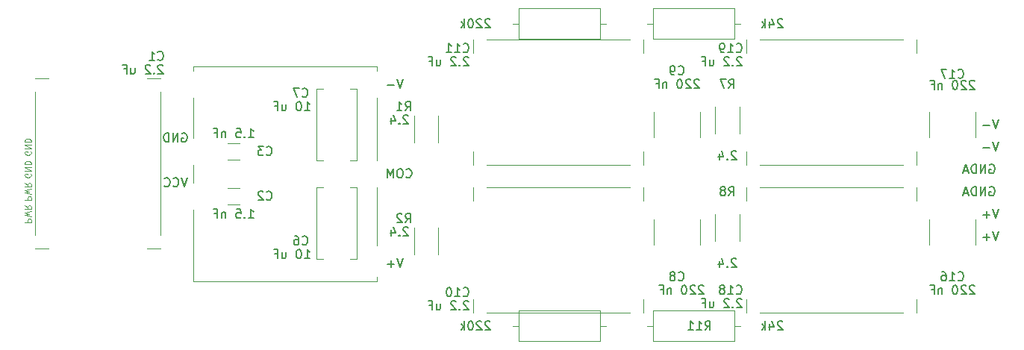
<source format=gbr>
%TF.GenerationSoftware,KiCad,Pcbnew,(5.1.9)-1*%
%TF.CreationDate,2022-01-14T16:31:07-06:00*%
%TF.ProjectId,Power_12V_DualSupply,506f7765-725f-4313-9256-5f4475616c53,rev?*%
%TF.SameCoordinates,Original*%
%TF.FileFunction,Legend,Bot*%
%TF.FilePolarity,Positive*%
%FSLAX46Y46*%
G04 Gerber Fmt 4.6, Leading zero omitted, Abs format (unit mm)*
G04 Created by KiCad (PCBNEW (5.1.9)-1) date 2022-01-14 16:31:07*
%MOMM*%
%LPD*%
G01*
G04 APERTURE LIST*
%ADD10C,0.150000*%
%ADD11C,0.100000*%
%ADD12C,0.120000*%
G04 APERTURE END LIST*
D10*
X210740476Y-98560000D02*
X210835714Y-98512380D01*
X210978571Y-98512380D01*
X211121428Y-98560000D01*
X211216666Y-98655238D01*
X211264285Y-98750476D01*
X211311904Y-98940952D01*
X211311904Y-99083809D01*
X211264285Y-99274285D01*
X211216666Y-99369523D01*
X211121428Y-99464761D01*
X210978571Y-99512380D01*
X210883333Y-99512380D01*
X210740476Y-99464761D01*
X210692857Y-99417142D01*
X210692857Y-99083809D01*
X210883333Y-99083809D01*
X210264285Y-99512380D02*
X210264285Y-98512380D01*
X209692857Y-99512380D01*
X209692857Y-98512380D01*
X209216666Y-99512380D02*
X209216666Y-98512380D01*
X208978571Y-98512380D01*
X208835714Y-98560000D01*
X208740476Y-98655238D01*
X208692857Y-98750476D01*
X208645238Y-98940952D01*
X208645238Y-99083809D01*
X208692857Y-99274285D01*
X208740476Y-99369523D01*
X208835714Y-99464761D01*
X208978571Y-99512380D01*
X209216666Y-99512380D01*
X208264285Y-99226666D02*
X207788095Y-99226666D01*
X208359523Y-99512380D02*
X208026190Y-98512380D01*
X207692857Y-99512380D01*
X211772380Y-103592380D02*
X211439047Y-104592380D01*
X211105714Y-103592380D01*
X210772380Y-104211428D02*
X210010476Y-104211428D01*
X210391428Y-104592380D02*
X210391428Y-103830476D01*
X210740476Y-101100000D02*
X210835714Y-101052380D01*
X210978571Y-101052380D01*
X211121428Y-101100000D01*
X211216666Y-101195238D01*
X211264285Y-101290476D01*
X211311904Y-101480952D01*
X211311904Y-101623809D01*
X211264285Y-101814285D01*
X211216666Y-101909523D01*
X211121428Y-102004761D01*
X210978571Y-102052380D01*
X210883333Y-102052380D01*
X210740476Y-102004761D01*
X210692857Y-101957142D01*
X210692857Y-101623809D01*
X210883333Y-101623809D01*
X210264285Y-102052380D02*
X210264285Y-101052380D01*
X209692857Y-102052380D01*
X209692857Y-101052380D01*
X209216666Y-102052380D02*
X209216666Y-101052380D01*
X208978571Y-101052380D01*
X208835714Y-101100000D01*
X208740476Y-101195238D01*
X208692857Y-101290476D01*
X208645238Y-101480952D01*
X208645238Y-101623809D01*
X208692857Y-101814285D01*
X208740476Y-101909523D01*
X208835714Y-102004761D01*
X208978571Y-102052380D01*
X209216666Y-102052380D01*
X208264285Y-101766666D02*
X207788095Y-101766666D01*
X208359523Y-102052380D02*
X208026190Y-101052380D01*
X207692857Y-102052380D01*
X211772380Y-95972380D02*
X211439047Y-96972380D01*
X211105714Y-95972380D01*
X210772380Y-96591428D02*
X210010476Y-96591428D01*
X211772380Y-93432380D02*
X211439047Y-94432380D01*
X211105714Y-93432380D01*
X210772380Y-94051428D02*
X210010476Y-94051428D01*
X211772380Y-106132380D02*
X211439047Y-107132380D01*
X211105714Y-106132380D01*
X210772380Y-106751428D02*
X210010476Y-106751428D01*
X210391428Y-107132380D02*
X210391428Y-106370476D01*
D11*
X101283333Y-102533333D02*
X101983333Y-102533333D01*
X101983333Y-102266666D01*
X101950000Y-102200000D01*
X101916666Y-102166666D01*
X101850000Y-102133333D01*
X101750000Y-102133333D01*
X101683333Y-102166666D01*
X101650000Y-102200000D01*
X101616666Y-102266666D01*
X101616666Y-102533333D01*
X101983333Y-101900000D02*
X101283333Y-101733333D01*
X101783333Y-101600000D01*
X101283333Y-101466666D01*
X101983333Y-101300000D01*
X101283333Y-100633333D02*
X101616666Y-100866666D01*
X101283333Y-101033333D02*
X101983333Y-101033333D01*
X101983333Y-100766666D01*
X101950000Y-100700000D01*
X101916666Y-100666666D01*
X101850000Y-100633333D01*
X101750000Y-100633333D01*
X101683333Y-100666666D01*
X101650000Y-100700000D01*
X101616666Y-100766666D01*
X101616666Y-101033333D01*
X101950000Y-97053333D02*
X101983333Y-97120000D01*
X101983333Y-97220000D01*
X101950000Y-97320000D01*
X101883333Y-97386666D01*
X101816666Y-97420000D01*
X101683333Y-97453333D01*
X101583333Y-97453333D01*
X101450000Y-97420000D01*
X101383333Y-97386666D01*
X101316666Y-97320000D01*
X101283333Y-97220000D01*
X101283333Y-97153333D01*
X101316666Y-97053333D01*
X101350000Y-97020000D01*
X101583333Y-97020000D01*
X101583333Y-97153333D01*
X101283333Y-96720000D02*
X101983333Y-96720000D01*
X101283333Y-96320000D01*
X101983333Y-96320000D01*
X101283333Y-95986666D02*
X101983333Y-95986666D01*
X101983333Y-95820000D01*
X101950000Y-95720000D01*
X101883333Y-95653333D01*
X101816666Y-95620000D01*
X101683333Y-95586666D01*
X101583333Y-95586666D01*
X101450000Y-95620000D01*
X101383333Y-95653333D01*
X101316666Y-95720000D01*
X101283333Y-95820000D01*
X101283333Y-95986666D01*
X101283333Y-105073333D02*
X101983333Y-105073333D01*
X101983333Y-104806666D01*
X101950000Y-104740000D01*
X101916666Y-104706666D01*
X101850000Y-104673333D01*
X101750000Y-104673333D01*
X101683333Y-104706666D01*
X101650000Y-104740000D01*
X101616666Y-104806666D01*
X101616666Y-105073333D01*
X101983333Y-104440000D02*
X101283333Y-104273333D01*
X101783333Y-104140000D01*
X101283333Y-104006666D01*
X101983333Y-103840000D01*
X101283333Y-103173333D02*
X101616666Y-103406666D01*
X101283333Y-103573333D02*
X101983333Y-103573333D01*
X101983333Y-103306666D01*
X101950000Y-103240000D01*
X101916666Y-103206666D01*
X101850000Y-103173333D01*
X101750000Y-103173333D01*
X101683333Y-103206666D01*
X101650000Y-103240000D01*
X101616666Y-103306666D01*
X101616666Y-103573333D01*
X101950000Y-99593333D02*
X101983333Y-99660000D01*
X101983333Y-99760000D01*
X101950000Y-99860000D01*
X101883333Y-99926666D01*
X101816666Y-99960000D01*
X101683333Y-99993333D01*
X101583333Y-99993333D01*
X101450000Y-99960000D01*
X101383333Y-99926666D01*
X101316666Y-99860000D01*
X101283333Y-99760000D01*
X101283333Y-99693333D01*
X101316666Y-99593333D01*
X101350000Y-99560000D01*
X101583333Y-99560000D01*
X101583333Y-99693333D01*
X101283333Y-99260000D02*
X101983333Y-99260000D01*
X101283333Y-98860000D01*
X101983333Y-98860000D01*
X101283333Y-98526666D02*
X101983333Y-98526666D01*
X101983333Y-98360000D01*
X101950000Y-98260000D01*
X101883333Y-98193333D01*
X101816666Y-98160000D01*
X101683333Y-98126666D01*
X101583333Y-98126666D01*
X101450000Y-98160000D01*
X101383333Y-98193333D01*
X101316666Y-98260000D01*
X101283333Y-98360000D01*
X101283333Y-98526666D01*
D12*
X141224000Y-87376000D02*
X141224000Y-87884000D01*
X120396000Y-87376000D02*
X141224000Y-87376000D01*
X120396000Y-87884000D02*
X120396000Y-87376000D01*
X120396000Y-95504000D02*
X120396000Y-90932000D01*
X120396000Y-100584000D02*
X120396000Y-98552000D01*
X120396000Y-111760000D02*
X120396000Y-103632000D01*
X141224000Y-111760000D02*
X120396000Y-111760000D01*
X141224000Y-111252000D02*
X141224000Y-111760000D01*
X141224000Y-101092000D02*
X141224000Y-107696000D01*
X141224000Y-90932000D02*
X141224000Y-98044000D01*
D10*
X119697333Y-100036380D02*
X119364000Y-101036380D01*
X119030666Y-100036380D01*
X118125904Y-100941142D02*
X118173523Y-100988761D01*
X118316380Y-101036380D01*
X118411619Y-101036380D01*
X118554476Y-100988761D01*
X118649714Y-100893523D01*
X118697333Y-100798285D01*
X118744952Y-100607809D01*
X118744952Y-100464952D01*
X118697333Y-100274476D01*
X118649714Y-100179238D01*
X118554476Y-100084000D01*
X118411619Y-100036380D01*
X118316380Y-100036380D01*
X118173523Y-100084000D01*
X118125904Y-100131619D01*
X117125904Y-100941142D02*
X117173523Y-100988761D01*
X117316380Y-101036380D01*
X117411619Y-101036380D01*
X117554476Y-100988761D01*
X117649714Y-100893523D01*
X117697333Y-100798285D01*
X117744952Y-100607809D01*
X117744952Y-100464952D01*
X117697333Y-100274476D01*
X117649714Y-100179238D01*
X117554476Y-100084000D01*
X117411619Y-100036380D01*
X117316380Y-100036380D01*
X117173523Y-100084000D01*
X117125904Y-100131619D01*
X119125904Y-95004000D02*
X119221142Y-94956380D01*
X119364000Y-94956380D01*
X119506857Y-95004000D01*
X119602095Y-95099238D01*
X119649714Y-95194476D01*
X119697333Y-95384952D01*
X119697333Y-95527809D01*
X119649714Y-95718285D01*
X119602095Y-95813523D01*
X119506857Y-95908761D01*
X119364000Y-95956380D01*
X119268761Y-95956380D01*
X119125904Y-95908761D01*
X119078285Y-95861142D01*
X119078285Y-95527809D01*
X119268761Y-95527809D01*
X118649714Y-95956380D02*
X118649714Y-94956380D01*
X118078285Y-95956380D01*
X118078285Y-94956380D01*
X117602095Y-95956380D02*
X117602095Y-94956380D01*
X117364000Y-94956380D01*
X117221142Y-95004000D01*
X117125904Y-95099238D01*
X117078285Y-95194476D01*
X117030666Y-95384952D01*
X117030666Y-95527809D01*
X117078285Y-95718285D01*
X117125904Y-95813523D01*
X117221142Y-95908761D01*
X117364000Y-95956380D01*
X117602095Y-95956380D01*
X144208380Y-109180380D02*
X143875047Y-110180380D01*
X143541714Y-109180380D01*
X143208380Y-109799428D02*
X142446476Y-109799428D01*
X142827428Y-110180380D02*
X142827428Y-109418476D01*
X144208380Y-88860380D02*
X143875047Y-89860380D01*
X143541714Y-88860380D01*
X143208380Y-89479428D02*
X142446476Y-89479428D01*
X144549714Y-99925142D02*
X144597333Y-99972761D01*
X144740190Y-100020380D01*
X144835428Y-100020380D01*
X144978285Y-99972761D01*
X145073523Y-99877523D01*
X145121142Y-99782285D01*
X145168761Y-99591809D01*
X145168761Y-99448952D01*
X145121142Y-99258476D01*
X145073523Y-99163238D01*
X144978285Y-99068000D01*
X144835428Y-99020380D01*
X144740190Y-99020380D01*
X144597333Y-99068000D01*
X144549714Y-99115619D01*
X143930666Y-99020380D02*
X143740190Y-99020380D01*
X143644952Y-99068000D01*
X143549714Y-99163238D01*
X143502095Y-99353714D01*
X143502095Y-99687047D01*
X143549714Y-99877523D01*
X143644952Y-99972761D01*
X143740190Y-100020380D01*
X143930666Y-100020380D01*
X144025904Y-99972761D01*
X144121142Y-99877523D01*
X144168761Y-99687047D01*
X144168761Y-99353714D01*
X144121142Y-99163238D01*
X144025904Y-99068000D01*
X143930666Y-99020380D01*
X143073523Y-100020380D02*
X143073523Y-99020380D01*
X142740190Y-99734666D01*
X142406857Y-99020380D01*
X142406857Y-100020380D01*
D12*
%TO.C,C18*%
X183134000Y-113792000D02*
X183134000Y-115316000D01*
X184658000Y-115316000D02*
X200914000Y-115316000D01*
X202438000Y-115316000D02*
X202438000Y-113792000D01*
X183134000Y-101092000D02*
X183134000Y-102616000D01*
X184658000Y-101092000D02*
X200914000Y-101092000D01*
X202438000Y-101092000D02*
X202438000Y-102616000D01*
%TO.C,C10*%
X152146000Y-113792000D02*
X152146000Y-115316000D01*
X153670000Y-115316000D02*
X169926000Y-115316000D01*
X171450000Y-115316000D02*
X171450000Y-113792000D01*
X152146000Y-101092000D02*
X152146000Y-102616000D01*
X153670000Y-101092000D02*
X169926000Y-101092000D01*
X171450000Y-101092000D02*
X171450000Y-102616000D01*
%TO.C,C19*%
X202438000Y-85852000D02*
X202438000Y-84328000D01*
X200914000Y-84328000D02*
X184658000Y-84328000D01*
X183134000Y-84328000D02*
X183134000Y-85852000D01*
X202438000Y-98552000D02*
X202438000Y-97028000D01*
X200914000Y-98552000D02*
X184658000Y-98552000D01*
X183134000Y-98552000D02*
X183134000Y-97028000D01*
%TO.C,C11*%
X171450000Y-85852000D02*
X171450000Y-84328000D01*
X169926000Y-84328000D02*
X153670000Y-84328000D01*
X152146000Y-84328000D02*
X152146000Y-85852000D01*
X171450000Y-98552000D02*
X171450000Y-97028000D01*
X169926000Y-98552000D02*
X153670000Y-98552000D01*
X152146000Y-98552000D02*
X152146000Y-97028000D01*
%TO.C,C1*%
X104013000Y-88773000D02*
X102489000Y-88773000D01*
X102489000Y-90297000D02*
X102489000Y-106553000D01*
X102489000Y-108077000D02*
X104013000Y-108077000D01*
X116713000Y-88773000D02*
X115189000Y-88773000D01*
X116713000Y-90297000D02*
X116713000Y-106553000D01*
X116713000Y-108077000D02*
X115189000Y-108077000D01*
%TO.C,C8*%
X177870000Y-107587748D02*
X177870000Y-104756252D01*
X172650000Y-107587748D02*
X172650000Y-104756252D01*
%TO.C,R8*%
X179615000Y-107191064D02*
X179615000Y-104136936D01*
X182335000Y-107191064D02*
X182335000Y-104136936D01*
%TO.C,C16*%
X203892000Y-107587748D02*
X203892000Y-104756252D01*
X209112000Y-107587748D02*
X209112000Y-104756252D01*
%TO.C,C2*%
X125679252Y-103018000D02*
X124256748Y-103018000D01*
X125679252Y-101198000D02*
X124256748Y-101198000D01*
%TO.C,C3*%
X125679252Y-96118000D02*
X124256748Y-96118000D01*
X125679252Y-97938000D02*
X124256748Y-97938000D01*
%TO.C,C6*%
X135128000Y-101092000D02*
X134366000Y-101092000D01*
X134366000Y-101092000D02*
X134366000Y-109220000D01*
X134366000Y-109220000D02*
X135128000Y-109220000D01*
X138176000Y-109220000D02*
X138938000Y-109220000D01*
X138938000Y-109220000D02*
X138938000Y-101092000D01*
X138938000Y-101092000D02*
X138176000Y-101092000D01*
%TO.C,C7*%
X138938000Y-89916000D02*
X138176000Y-89916000D01*
X138938000Y-98044000D02*
X138938000Y-89916000D01*
X138176000Y-98044000D02*
X138938000Y-98044000D01*
X134366000Y-98044000D02*
X135128000Y-98044000D01*
X134366000Y-89916000D02*
X134366000Y-98044000D01*
X135128000Y-89916000D02*
X134366000Y-89916000D01*
%TO.C,C9*%
X172650000Y-95395748D02*
X172650000Y-92564252D01*
X177870000Y-95395748D02*
X177870000Y-92564252D01*
%TO.C,C17*%
X203892000Y-95395748D02*
X203892000Y-92564252D01*
X209112000Y-95395748D02*
X209112000Y-92564252D01*
%TO.C,R1*%
X148172000Y-96015064D02*
X148172000Y-92960936D01*
X145452000Y-96015064D02*
X145452000Y-92960936D01*
%TO.C,R2*%
X145452000Y-108715064D02*
X145452000Y-105660936D01*
X148172000Y-108715064D02*
X148172000Y-105660936D01*
%TO.C,R7*%
X179615000Y-94999064D02*
X179615000Y-91944936D01*
X182335000Y-94999064D02*
X182335000Y-91944936D01*
%TO.C,R9*%
X167235000Y-116840000D02*
X166545000Y-116840000D01*
X156615000Y-116840000D02*
X157305000Y-116840000D01*
X166545000Y-118560000D02*
X157305000Y-118560000D01*
X166545000Y-115120000D02*
X166545000Y-118560000D01*
X157305000Y-115120000D02*
X166545000Y-115120000D01*
X157305000Y-118560000D02*
X157305000Y-115120000D01*
%TO.C,R10*%
X157305000Y-84270000D02*
X157305000Y-80830000D01*
X157305000Y-80830000D02*
X166545000Y-80830000D01*
X166545000Y-80830000D02*
X166545000Y-84270000D01*
X166545000Y-84270000D02*
X157305000Y-84270000D01*
X156615000Y-82550000D02*
X157305000Y-82550000D01*
X167235000Y-82550000D02*
X166545000Y-82550000D01*
%TO.C,R11*%
X182475000Y-116840000D02*
X181785000Y-116840000D01*
X171855000Y-116840000D02*
X172545000Y-116840000D01*
X181785000Y-118560000D02*
X172545000Y-118560000D01*
X181785000Y-115120000D02*
X181785000Y-118560000D01*
X172545000Y-115120000D02*
X181785000Y-115120000D01*
X172545000Y-118560000D02*
X172545000Y-115120000D01*
%TO.C,R12*%
X181785000Y-80830000D02*
X181785000Y-84270000D01*
X181785000Y-84270000D02*
X172545000Y-84270000D01*
X172545000Y-84270000D02*
X172545000Y-80830000D01*
X172545000Y-80830000D02*
X181785000Y-80830000D01*
X182475000Y-82550000D02*
X181785000Y-82550000D01*
X171855000Y-82550000D02*
X172545000Y-82550000D01*
%TO.C,C18*%
D10*
X181998857Y-113133142D02*
X182046476Y-113180761D01*
X182189333Y-113228380D01*
X182284571Y-113228380D01*
X182427428Y-113180761D01*
X182522666Y-113085523D01*
X182570285Y-112990285D01*
X182617904Y-112799809D01*
X182617904Y-112656952D01*
X182570285Y-112466476D01*
X182522666Y-112371238D01*
X182427428Y-112276000D01*
X182284571Y-112228380D01*
X182189333Y-112228380D01*
X182046476Y-112276000D01*
X181998857Y-112323619D01*
X181046476Y-113228380D02*
X181617904Y-113228380D01*
X181332190Y-113228380D02*
X181332190Y-112228380D01*
X181427428Y-112371238D01*
X181522666Y-112466476D01*
X181617904Y-112514095D01*
X180475047Y-112656952D02*
X180570285Y-112609333D01*
X180617904Y-112561714D01*
X180665523Y-112466476D01*
X180665523Y-112418857D01*
X180617904Y-112323619D01*
X180570285Y-112276000D01*
X180475047Y-112228380D01*
X180284571Y-112228380D01*
X180189333Y-112276000D01*
X180141714Y-112323619D01*
X180094095Y-112418857D01*
X180094095Y-112466476D01*
X180141714Y-112561714D01*
X180189333Y-112609333D01*
X180284571Y-112656952D01*
X180475047Y-112656952D01*
X180570285Y-112704571D01*
X180617904Y-112752190D01*
X180665523Y-112847428D01*
X180665523Y-113037904D01*
X180617904Y-113133142D01*
X180570285Y-113180761D01*
X180475047Y-113228380D01*
X180284571Y-113228380D01*
X180189333Y-113180761D01*
X180141714Y-113133142D01*
X180094095Y-113037904D01*
X180094095Y-112847428D01*
X180141714Y-112752190D01*
X180189333Y-112704571D01*
X180284571Y-112656952D01*
X182601904Y-113847619D02*
X182554285Y-113800000D01*
X182459047Y-113752380D01*
X182220952Y-113752380D01*
X182125714Y-113800000D01*
X182078095Y-113847619D01*
X182030476Y-113942857D01*
X182030476Y-114038095D01*
X182078095Y-114180952D01*
X182649523Y-114752380D01*
X182030476Y-114752380D01*
X181601904Y-114657142D02*
X181554285Y-114704761D01*
X181601904Y-114752380D01*
X181649523Y-114704761D01*
X181601904Y-114657142D01*
X181601904Y-114752380D01*
X181173333Y-113847619D02*
X181125714Y-113800000D01*
X181030476Y-113752380D01*
X180792380Y-113752380D01*
X180697142Y-113800000D01*
X180649523Y-113847619D01*
X180601904Y-113942857D01*
X180601904Y-114038095D01*
X180649523Y-114180952D01*
X181220952Y-114752380D01*
X180601904Y-114752380D01*
X178982857Y-114085714D02*
X178982857Y-114752380D01*
X179411428Y-114085714D02*
X179411428Y-114609523D01*
X179363809Y-114704761D01*
X179268571Y-114752380D01*
X179125714Y-114752380D01*
X179030476Y-114704761D01*
X178982857Y-114657142D01*
X178173333Y-114228571D02*
X178506666Y-114228571D01*
X178506666Y-114752380D02*
X178506666Y-113752380D01*
X178030476Y-113752380D01*
%TO.C,C10*%
X151010857Y-113387142D02*
X151058476Y-113434761D01*
X151201333Y-113482380D01*
X151296571Y-113482380D01*
X151439428Y-113434761D01*
X151534666Y-113339523D01*
X151582285Y-113244285D01*
X151629904Y-113053809D01*
X151629904Y-112910952D01*
X151582285Y-112720476D01*
X151534666Y-112625238D01*
X151439428Y-112530000D01*
X151296571Y-112482380D01*
X151201333Y-112482380D01*
X151058476Y-112530000D01*
X151010857Y-112577619D01*
X150058476Y-113482380D02*
X150629904Y-113482380D01*
X150344190Y-113482380D02*
X150344190Y-112482380D01*
X150439428Y-112625238D01*
X150534666Y-112720476D01*
X150629904Y-112768095D01*
X149439428Y-112482380D02*
X149344190Y-112482380D01*
X149248952Y-112530000D01*
X149201333Y-112577619D01*
X149153714Y-112672857D01*
X149106095Y-112863333D01*
X149106095Y-113101428D01*
X149153714Y-113291904D01*
X149201333Y-113387142D01*
X149248952Y-113434761D01*
X149344190Y-113482380D01*
X149439428Y-113482380D01*
X149534666Y-113434761D01*
X149582285Y-113387142D01*
X149629904Y-113291904D01*
X149677523Y-113101428D01*
X149677523Y-112863333D01*
X149629904Y-112672857D01*
X149582285Y-112577619D01*
X149534666Y-112530000D01*
X149439428Y-112482380D01*
X151613904Y-114101619D02*
X151566285Y-114054000D01*
X151471047Y-114006380D01*
X151232952Y-114006380D01*
X151137714Y-114054000D01*
X151090095Y-114101619D01*
X151042476Y-114196857D01*
X151042476Y-114292095D01*
X151090095Y-114434952D01*
X151661523Y-115006380D01*
X151042476Y-115006380D01*
X150613904Y-114911142D02*
X150566285Y-114958761D01*
X150613904Y-115006380D01*
X150661523Y-114958761D01*
X150613904Y-114911142D01*
X150613904Y-115006380D01*
X150185333Y-114101619D02*
X150137714Y-114054000D01*
X150042476Y-114006380D01*
X149804380Y-114006380D01*
X149709142Y-114054000D01*
X149661523Y-114101619D01*
X149613904Y-114196857D01*
X149613904Y-114292095D01*
X149661523Y-114434952D01*
X150232952Y-115006380D01*
X149613904Y-115006380D01*
X147994857Y-114339714D02*
X147994857Y-115006380D01*
X148423428Y-114339714D02*
X148423428Y-114863523D01*
X148375809Y-114958761D01*
X148280571Y-115006380D01*
X148137714Y-115006380D01*
X148042476Y-114958761D01*
X147994857Y-114911142D01*
X147185333Y-114482571D02*
X147518666Y-114482571D01*
X147518666Y-115006380D02*
X147518666Y-114006380D01*
X147042476Y-114006380D01*
%TO.C,C19*%
X181998857Y-85701142D02*
X182046476Y-85748761D01*
X182189333Y-85796380D01*
X182284571Y-85796380D01*
X182427428Y-85748761D01*
X182522666Y-85653523D01*
X182570285Y-85558285D01*
X182617904Y-85367809D01*
X182617904Y-85224952D01*
X182570285Y-85034476D01*
X182522666Y-84939238D01*
X182427428Y-84844000D01*
X182284571Y-84796380D01*
X182189333Y-84796380D01*
X182046476Y-84844000D01*
X181998857Y-84891619D01*
X181046476Y-85796380D02*
X181617904Y-85796380D01*
X181332190Y-85796380D02*
X181332190Y-84796380D01*
X181427428Y-84939238D01*
X181522666Y-85034476D01*
X181617904Y-85082095D01*
X180570285Y-85796380D02*
X180379809Y-85796380D01*
X180284571Y-85748761D01*
X180236952Y-85701142D01*
X180141714Y-85558285D01*
X180094095Y-85367809D01*
X180094095Y-84986857D01*
X180141714Y-84891619D01*
X180189333Y-84844000D01*
X180284571Y-84796380D01*
X180475047Y-84796380D01*
X180570285Y-84844000D01*
X180617904Y-84891619D01*
X180665523Y-84986857D01*
X180665523Y-85224952D01*
X180617904Y-85320190D01*
X180570285Y-85367809D01*
X180475047Y-85415428D01*
X180284571Y-85415428D01*
X180189333Y-85367809D01*
X180141714Y-85320190D01*
X180094095Y-85224952D01*
X182601904Y-86415619D02*
X182554285Y-86368000D01*
X182459047Y-86320380D01*
X182220952Y-86320380D01*
X182125714Y-86368000D01*
X182078095Y-86415619D01*
X182030476Y-86510857D01*
X182030476Y-86606095D01*
X182078095Y-86748952D01*
X182649523Y-87320380D01*
X182030476Y-87320380D01*
X181601904Y-87225142D02*
X181554285Y-87272761D01*
X181601904Y-87320380D01*
X181649523Y-87272761D01*
X181601904Y-87225142D01*
X181601904Y-87320380D01*
X181173333Y-86415619D02*
X181125714Y-86368000D01*
X181030476Y-86320380D01*
X180792380Y-86320380D01*
X180697142Y-86368000D01*
X180649523Y-86415619D01*
X180601904Y-86510857D01*
X180601904Y-86606095D01*
X180649523Y-86748952D01*
X181220952Y-87320380D01*
X180601904Y-87320380D01*
X178982857Y-86653714D02*
X178982857Y-87320380D01*
X179411428Y-86653714D02*
X179411428Y-87177523D01*
X179363809Y-87272761D01*
X179268571Y-87320380D01*
X179125714Y-87320380D01*
X179030476Y-87272761D01*
X178982857Y-87225142D01*
X178173333Y-86796571D02*
X178506666Y-86796571D01*
X178506666Y-87320380D02*
X178506666Y-86320380D01*
X178030476Y-86320380D01*
%TO.C,C11*%
X151010857Y-85701142D02*
X151058476Y-85748761D01*
X151201333Y-85796380D01*
X151296571Y-85796380D01*
X151439428Y-85748761D01*
X151534666Y-85653523D01*
X151582285Y-85558285D01*
X151629904Y-85367809D01*
X151629904Y-85224952D01*
X151582285Y-85034476D01*
X151534666Y-84939238D01*
X151439428Y-84844000D01*
X151296571Y-84796380D01*
X151201333Y-84796380D01*
X151058476Y-84844000D01*
X151010857Y-84891619D01*
X150058476Y-85796380D02*
X150629904Y-85796380D01*
X150344190Y-85796380D02*
X150344190Y-84796380D01*
X150439428Y-84939238D01*
X150534666Y-85034476D01*
X150629904Y-85082095D01*
X149106095Y-85796380D02*
X149677523Y-85796380D01*
X149391809Y-85796380D02*
X149391809Y-84796380D01*
X149487047Y-84939238D01*
X149582285Y-85034476D01*
X149677523Y-85082095D01*
X151613904Y-86415619D02*
X151566285Y-86368000D01*
X151471047Y-86320380D01*
X151232952Y-86320380D01*
X151137714Y-86368000D01*
X151090095Y-86415619D01*
X151042476Y-86510857D01*
X151042476Y-86606095D01*
X151090095Y-86748952D01*
X151661523Y-87320380D01*
X151042476Y-87320380D01*
X150613904Y-87225142D02*
X150566285Y-87272761D01*
X150613904Y-87320380D01*
X150661523Y-87272761D01*
X150613904Y-87225142D01*
X150613904Y-87320380D01*
X150185333Y-86415619D02*
X150137714Y-86368000D01*
X150042476Y-86320380D01*
X149804380Y-86320380D01*
X149709142Y-86368000D01*
X149661523Y-86415619D01*
X149613904Y-86510857D01*
X149613904Y-86606095D01*
X149661523Y-86748952D01*
X150232952Y-87320380D01*
X149613904Y-87320380D01*
X147994857Y-86653714D02*
X147994857Y-87320380D01*
X148423428Y-86653714D02*
X148423428Y-87177523D01*
X148375809Y-87272761D01*
X148280571Y-87320380D01*
X148137714Y-87320380D01*
X148042476Y-87272761D01*
X147994857Y-87225142D01*
X147185333Y-86796571D02*
X147518666Y-86796571D01*
X147518666Y-87320380D02*
X147518666Y-86320380D01*
X147042476Y-86320380D01*
%TO.C,C1*%
X116371666Y-86590142D02*
X116419285Y-86637761D01*
X116562142Y-86685380D01*
X116657380Y-86685380D01*
X116800238Y-86637761D01*
X116895476Y-86542523D01*
X116943095Y-86447285D01*
X116990714Y-86256809D01*
X116990714Y-86113952D01*
X116943095Y-85923476D01*
X116895476Y-85828238D01*
X116800238Y-85733000D01*
X116657380Y-85685380D01*
X116562142Y-85685380D01*
X116419285Y-85733000D01*
X116371666Y-85780619D01*
X115419285Y-86685380D02*
X115990714Y-86685380D01*
X115705000Y-86685380D02*
X115705000Y-85685380D01*
X115800238Y-85828238D01*
X115895476Y-85923476D01*
X115990714Y-85971095D01*
X116942904Y-87304619D02*
X116895285Y-87257000D01*
X116800047Y-87209380D01*
X116561952Y-87209380D01*
X116466714Y-87257000D01*
X116419095Y-87304619D01*
X116371476Y-87399857D01*
X116371476Y-87495095D01*
X116419095Y-87637952D01*
X116990523Y-88209380D01*
X116371476Y-88209380D01*
X115942904Y-88114142D02*
X115895285Y-88161761D01*
X115942904Y-88209380D01*
X115990523Y-88161761D01*
X115942904Y-88114142D01*
X115942904Y-88209380D01*
X115514333Y-87304619D02*
X115466714Y-87257000D01*
X115371476Y-87209380D01*
X115133380Y-87209380D01*
X115038142Y-87257000D01*
X114990523Y-87304619D01*
X114942904Y-87399857D01*
X114942904Y-87495095D01*
X114990523Y-87637952D01*
X115561952Y-88209380D01*
X114942904Y-88209380D01*
X113323857Y-87542714D02*
X113323857Y-88209380D01*
X113752428Y-87542714D02*
X113752428Y-88066523D01*
X113704809Y-88161761D01*
X113609571Y-88209380D01*
X113466714Y-88209380D01*
X113371476Y-88161761D01*
X113323857Y-88114142D01*
X112514333Y-87685571D02*
X112847666Y-87685571D01*
X112847666Y-88209380D02*
X112847666Y-87209380D01*
X112371476Y-87209380D01*
%TO.C,C8*%
X175426666Y-111609142D02*
X175474285Y-111656761D01*
X175617142Y-111704380D01*
X175712380Y-111704380D01*
X175855238Y-111656761D01*
X175950476Y-111561523D01*
X175998095Y-111466285D01*
X176045714Y-111275809D01*
X176045714Y-111132952D01*
X175998095Y-110942476D01*
X175950476Y-110847238D01*
X175855238Y-110752000D01*
X175712380Y-110704380D01*
X175617142Y-110704380D01*
X175474285Y-110752000D01*
X175426666Y-110799619D01*
X174855238Y-111132952D02*
X174950476Y-111085333D01*
X174998095Y-111037714D01*
X175045714Y-110942476D01*
X175045714Y-110894857D01*
X174998095Y-110799619D01*
X174950476Y-110752000D01*
X174855238Y-110704380D01*
X174664761Y-110704380D01*
X174569523Y-110752000D01*
X174521904Y-110799619D01*
X174474285Y-110894857D01*
X174474285Y-110942476D01*
X174521904Y-111037714D01*
X174569523Y-111085333D01*
X174664761Y-111132952D01*
X174855238Y-111132952D01*
X174950476Y-111180571D01*
X174998095Y-111228190D01*
X175045714Y-111323428D01*
X175045714Y-111513904D01*
X174998095Y-111609142D01*
X174950476Y-111656761D01*
X174855238Y-111704380D01*
X174664761Y-111704380D01*
X174569523Y-111656761D01*
X174521904Y-111609142D01*
X174474285Y-111513904D01*
X174474285Y-111323428D01*
X174521904Y-111228190D01*
X174569523Y-111180571D01*
X174664761Y-111132952D01*
X178268000Y-112323619D02*
X178220380Y-112276000D01*
X178125142Y-112228380D01*
X177887047Y-112228380D01*
X177791809Y-112276000D01*
X177744190Y-112323619D01*
X177696571Y-112418857D01*
X177696571Y-112514095D01*
X177744190Y-112656952D01*
X178315619Y-113228380D01*
X177696571Y-113228380D01*
X177315619Y-112323619D02*
X177268000Y-112276000D01*
X177172761Y-112228380D01*
X176934666Y-112228380D01*
X176839428Y-112276000D01*
X176791809Y-112323619D01*
X176744190Y-112418857D01*
X176744190Y-112514095D01*
X176791809Y-112656952D01*
X177363238Y-113228380D01*
X176744190Y-113228380D01*
X176125142Y-112228380D02*
X176029904Y-112228380D01*
X175934666Y-112276000D01*
X175887047Y-112323619D01*
X175839428Y-112418857D01*
X175791809Y-112609333D01*
X175791809Y-112847428D01*
X175839428Y-113037904D01*
X175887047Y-113133142D01*
X175934666Y-113180761D01*
X176029904Y-113228380D01*
X176125142Y-113228380D01*
X176220380Y-113180761D01*
X176268000Y-113133142D01*
X176315619Y-113037904D01*
X176363238Y-112847428D01*
X176363238Y-112609333D01*
X176315619Y-112418857D01*
X176268000Y-112323619D01*
X176220380Y-112276000D01*
X176125142Y-112228380D01*
X174601333Y-112561714D02*
X174601333Y-113228380D01*
X174601333Y-112656952D02*
X174553714Y-112609333D01*
X174458476Y-112561714D01*
X174315619Y-112561714D01*
X174220380Y-112609333D01*
X174172761Y-112704571D01*
X174172761Y-113228380D01*
X173363238Y-112704571D02*
X173696571Y-112704571D01*
X173696571Y-113228380D02*
X173696571Y-112228380D01*
X173220380Y-112228380D01*
%TO.C,R8*%
X181141666Y-102052380D02*
X181475000Y-101576190D01*
X181713095Y-102052380D02*
X181713095Y-101052380D01*
X181332142Y-101052380D01*
X181236904Y-101100000D01*
X181189285Y-101147619D01*
X181141666Y-101242857D01*
X181141666Y-101385714D01*
X181189285Y-101480952D01*
X181236904Y-101528571D01*
X181332142Y-101576190D01*
X181713095Y-101576190D01*
X180570238Y-101480952D02*
X180665476Y-101433333D01*
X180713095Y-101385714D01*
X180760714Y-101290476D01*
X180760714Y-101242857D01*
X180713095Y-101147619D01*
X180665476Y-101100000D01*
X180570238Y-101052380D01*
X180379761Y-101052380D01*
X180284523Y-101100000D01*
X180236904Y-101147619D01*
X180189285Y-101242857D01*
X180189285Y-101290476D01*
X180236904Y-101385714D01*
X180284523Y-101433333D01*
X180379761Y-101480952D01*
X180570238Y-101480952D01*
X180665476Y-101528571D01*
X180713095Y-101576190D01*
X180760714Y-101671428D01*
X180760714Y-101861904D01*
X180713095Y-101957142D01*
X180665476Y-102004761D01*
X180570238Y-102052380D01*
X180379761Y-102052380D01*
X180284523Y-102004761D01*
X180236904Y-101957142D01*
X180189285Y-101861904D01*
X180189285Y-101671428D01*
X180236904Y-101576190D01*
X180284523Y-101528571D01*
X180379761Y-101480952D01*
X181975000Y-109275619D02*
X181927380Y-109228000D01*
X181832142Y-109180380D01*
X181594047Y-109180380D01*
X181498809Y-109228000D01*
X181451190Y-109275619D01*
X181403571Y-109370857D01*
X181403571Y-109466095D01*
X181451190Y-109608952D01*
X182022619Y-110180380D01*
X181403571Y-110180380D01*
X180975000Y-110085142D02*
X180927380Y-110132761D01*
X180975000Y-110180380D01*
X181022619Y-110132761D01*
X180975000Y-110085142D01*
X180975000Y-110180380D01*
X180070238Y-109513714D02*
X180070238Y-110180380D01*
X180308333Y-109132761D02*
X180546428Y-109847047D01*
X179927380Y-109847047D01*
%TO.C,C16*%
X207144857Y-111609142D02*
X207192476Y-111656761D01*
X207335333Y-111704380D01*
X207430571Y-111704380D01*
X207573428Y-111656761D01*
X207668666Y-111561523D01*
X207716285Y-111466285D01*
X207763904Y-111275809D01*
X207763904Y-111132952D01*
X207716285Y-110942476D01*
X207668666Y-110847238D01*
X207573428Y-110752000D01*
X207430571Y-110704380D01*
X207335333Y-110704380D01*
X207192476Y-110752000D01*
X207144857Y-110799619D01*
X206192476Y-111704380D02*
X206763904Y-111704380D01*
X206478190Y-111704380D02*
X206478190Y-110704380D01*
X206573428Y-110847238D01*
X206668666Y-110942476D01*
X206763904Y-110990095D01*
X205335333Y-110704380D02*
X205525809Y-110704380D01*
X205621047Y-110752000D01*
X205668666Y-110799619D01*
X205763904Y-110942476D01*
X205811523Y-111132952D01*
X205811523Y-111513904D01*
X205763904Y-111609142D01*
X205716285Y-111656761D01*
X205621047Y-111704380D01*
X205430571Y-111704380D01*
X205335333Y-111656761D01*
X205287714Y-111609142D01*
X205240095Y-111513904D01*
X205240095Y-111275809D01*
X205287714Y-111180571D01*
X205335333Y-111132952D01*
X205430571Y-111085333D01*
X205621047Y-111085333D01*
X205716285Y-111132952D01*
X205763904Y-111180571D01*
X205811523Y-111275809D01*
X209002000Y-112323619D02*
X208954380Y-112276000D01*
X208859142Y-112228380D01*
X208621047Y-112228380D01*
X208525809Y-112276000D01*
X208478190Y-112323619D01*
X208430571Y-112418857D01*
X208430571Y-112514095D01*
X208478190Y-112656952D01*
X209049619Y-113228380D01*
X208430571Y-113228380D01*
X208049619Y-112323619D02*
X208002000Y-112276000D01*
X207906761Y-112228380D01*
X207668666Y-112228380D01*
X207573428Y-112276000D01*
X207525809Y-112323619D01*
X207478190Y-112418857D01*
X207478190Y-112514095D01*
X207525809Y-112656952D01*
X208097238Y-113228380D01*
X207478190Y-113228380D01*
X206859142Y-112228380D02*
X206763904Y-112228380D01*
X206668666Y-112276000D01*
X206621047Y-112323619D01*
X206573428Y-112418857D01*
X206525809Y-112609333D01*
X206525809Y-112847428D01*
X206573428Y-113037904D01*
X206621047Y-113133142D01*
X206668666Y-113180761D01*
X206763904Y-113228380D01*
X206859142Y-113228380D01*
X206954380Y-113180761D01*
X207002000Y-113133142D01*
X207049619Y-113037904D01*
X207097238Y-112847428D01*
X207097238Y-112609333D01*
X207049619Y-112418857D01*
X207002000Y-112323619D01*
X206954380Y-112276000D01*
X206859142Y-112228380D01*
X205335333Y-112561714D02*
X205335333Y-113228380D01*
X205335333Y-112656952D02*
X205287714Y-112609333D01*
X205192476Y-112561714D01*
X205049619Y-112561714D01*
X204954380Y-112609333D01*
X204906761Y-112704571D01*
X204906761Y-113228380D01*
X204097238Y-112704571D02*
X204430571Y-112704571D01*
X204430571Y-113228380D02*
X204430571Y-112228380D01*
X203954380Y-112228380D01*
%TO.C,C2*%
X128690666Y-102465142D02*
X128738285Y-102512761D01*
X128881142Y-102560380D01*
X128976380Y-102560380D01*
X129119238Y-102512761D01*
X129214476Y-102417523D01*
X129262095Y-102322285D01*
X129309714Y-102131809D01*
X129309714Y-101988952D01*
X129262095Y-101798476D01*
X129214476Y-101703238D01*
X129119238Y-101608000D01*
X128976380Y-101560380D01*
X128881142Y-101560380D01*
X128738285Y-101608000D01*
X128690666Y-101655619D01*
X128309714Y-101655619D02*
X128262095Y-101608000D01*
X128166857Y-101560380D01*
X127928761Y-101560380D01*
X127833523Y-101608000D01*
X127785904Y-101655619D01*
X127738285Y-101750857D01*
X127738285Y-101846095D01*
X127785904Y-101988952D01*
X128357333Y-102560380D01*
X127738285Y-102560380D01*
X126658476Y-104592380D02*
X127229904Y-104592380D01*
X126944190Y-104592380D02*
X126944190Y-103592380D01*
X127039428Y-103735238D01*
X127134666Y-103830476D01*
X127229904Y-103878095D01*
X126229904Y-104497142D02*
X126182285Y-104544761D01*
X126229904Y-104592380D01*
X126277523Y-104544761D01*
X126229904Y-104497142D01*
X126229904Y-104592380D01*
X125277523Y-103592380D02*
X125753714Y-103592380D01*
X125801333Y-104068571D01*
X125753714Y-104020952D01*
X125658476Y-103973333D01*
X125420380Y-103973333D01*
X125325142Y-104020952D01*
X125277523Y-104068571D01*
X125229904Y-104163809D01*
X125229904Y-104401904D01*
X125277523Y-104497142D01*
X125325142Y-104544761D01*
X125420380Y-104592380D01*
X125658476Y-104592380D01*
X125753714Y-104544761D01*
X125801333Y-104497142D01*
X124039428Y-103925714D02*
X124039428Y-104592380D01*
X124039428Y-104020952D02*
X123991809Y-103973333D01*
X123896571Y-103925714D01*
X123753714Y-103925714D01*
X123658476Y-103973333D01*
X123610857Y-104068571D01*
X123610857Y-104592380D01*
X122801333Y-104068571D02*
X123134666Y-104068571D01*
X123134666Y-104592380D02*
X123134666Y-103592380D01*
X122658476Y-103592380D01*
%TO.C,C3*%
X128690666Y-97385142D02*
X128738285Y-97432761D01*
X128881142Y-97480380D01*
X128976380Y-97480380D01*
X129119238Y-97432761D01*
X129214476Y-97337523D01*
X129262095Y-97242285D01*
X129309714Y-97051809D01*
X129309714Y-96908952D01*
X129262095Y-96718476D01*
X129214476Y-96623238D01*
X129119238Y-96528000D01*
X128976380Y-96480380D01*
X128881142Y-96480380D01*
X128738285Y-96528000D01*
X128690666Y-96575619D01*
X128357333Y-96480380D02*
X127738285Y-96480380D01*
X128071619Y-96861333D01*
X127928761Y-96861333D01*
X127833523Y-96908952D01*
X127785904Y-96956571D01*
X127738285Y-97051809D01*
X127738285Y-97289904D01*
X127785904Y-97385142D01*
X127833523Y-97432761D01*
X127928761Y-97480380D01*
X128214476Y-97480380D01*
X128309714Y-97432761D01*
X128357333Y-97385142D01*
X126658476Y-95448380D02*
X127229904Y-95448380D01*
X126944190Y-95448380D02*
X126944190Y-94448380D01*
X127039428Y-94591238D01*
X127134666Y-94686476D01*
X127229904Y-94734095D01*
X126229904Y-95353142D02*
X126182285Y-95400761D01*
X126229904Y-95448380D01*
X126277523Y-95400761D01*
X126229904Y-95353142D01*
X126229904Y-95448380D01*
X125277523Y-94448380D02*
X125753714Y-94448380D01*
X125801333Y-94924571D01*
X125753714Y-94876952D01*
X125658476Y-94829333D01*
X125420380Y-94829333D01*
X125325142Y-94876952D01*
X125277523Y-94924571D01*
X125229904Y-95019809D01*
X125229904Y-95257904D01*
X125277523Y-95353142D01*
X125325142Y-95400761D01*
X125420380Y-95448380D01*
X125658476Y-95448380D01*
X125753714Y-95400761D01*
X125801333Y-95353142D01*
X124039428Y-94781714D02*
X124039428Y-95448380D01*
X124039428Y-94876952D02*
X123991809Y-94829333D01*
X123896571Y-94781714D01*
X123753714Y-94781714D01*
X123658476Y-94829333D01*
X123610857Y-94924571D01*
X123610857Y-95448380D01*
X122801333Y-94924571D02*
X123134666Y-94924571D01*
X123134666Y-95448380D02*
X123134666Y-94448380D01*
X122658476Y-94448380D01*
%TO.C,C6*%
X132754666Y-107545142D02*
X132802285Y-107592761D01*
X132945142Y-107640380D01*
X133040380Y-107640380D01*
X133183238Y-107592761D01*
X133278476Y-107497523D01*
X133326095Y-107402285D01*
X133373714Y-107211809D01*
X133373714Y-107068952D01*
X133326095Y-106878476D01*
X133278476Y-106783238D01*
X133183238Y-106688000D01*
X133040380Y-106640380D01*
X132945142Y-106640380D01*
X132802285Y-106688000D01*
X132754666Y-106735619D01*
X131897523Y-106640380D02*
X132088000Y-106640380D01*
X132183238Y-106688000D01*
X132230857Y-106735619D01*
X132326095Y-106878476D01*
X132373714Y-107068952D01*
X132373714Y-107449904D01*
X132326095Y-107545142D01*
X132278476Y-107592761D01*
X132183238Y-107640380D01*
X131992761Y-107640380D01*
X131897523Y-107592761D01*
X131849904Y-107545142D01*
X131802285Y-107449904D01*
X131802285Y-107211809D01*
X131849904Y-107116571D01*
X131897523Y-107068952D01*
X131992761Y-107021333D01*
X132183238Y-107021333D01*
X132278476Y-107068952D01*
X132326095Y-107116571D01*
X132373714Y-107211809D01*
X133024380Y-109164380D02*
X133595809Y-109164380D01*
X133310095Y-109164380D02*
X133310095Y-108164380D01*
X133405333Y-108307238D01*
X133500571Y-108402476D01*
X133595809Y-108450095D01*
X132405333Y-108164380D02*
X132310095Y-108164380D01*
X132214857Y-108212000D01*
X132167238Y-108259619D01*
X132119619Y-108354857D01*
X132072000Y-108545333D01*
X132072000Y-108783428D01*
X132119619Y-108973904D01*
X132167238Y-109069142D01*
X132214857Y-109116761D01*
X132310095Y-109164380D01*
X132405333Y-109164380D01*
X132500571Y-109116761D01*
X132548190Y-109069142D01*
X132595809Y-108973904D01*
X132643428Y-108783428D01*
X132643428Y-108545333D01*
X132595809Y-108354857D01*
X132548190Y-108259619D01*
X132500571Y-108212000D01*
X132405333Y-108164380D01*
X130452952Y-108497714D02*
X130452952Y-109164380D01*
X130881523Y-108497714D02*
X130881523Y-109021523D01*
X130833904Y-109116761D01*
X130738666Y-109164380D01*
X130595809Y-109164380D01*
X130500571Y-109116761D01*
X130452952Y-109069142D01*
X129643428Y-108640571D02*
X129976761Y-108640571D01*
X129976761Y-109164380D02*
X129976761Y-108164380D01*
X129500571Y-108164380D01*
%TO.C,C7*%
X132754666Y-90781142D02*
X132802285Y-90828761D01*
X132945142Y-90876380D01*
X133040380Y-90876380D01*
X133183238Y-90828761D01*
X133278476Y-90733523D01*
X133326095Y-90638285D01*
X133373714Y-90447809D01*
X133373714Y-90304952D01*
X133326095Y-90114476D01*
X133278476Y-90019238D01*
X133183238Y-89924000D01*
X133040380Y-89876380D01*
X132945142Y-89876380D01*
X132802285Y-89924000D01*
X132754666Y-89971619D01*
X132421333Y-89876380D02*
X131754666Y-89876380D01*
X132183238Y-90876380D01*
X133024380Y-92400380D02*
X133595809Y-92400380D01*
X133310095Y-92400380D02*
X133310095Y-91400380D01*
X133405333Y-91543238D01*
X133500571Y-91638476D01*
X133595809Y-91686095D01*
X132405333Y-91400380D02*
X132310095Y-91400380D01*
X132214857Y-91448000D01*
X132167238Y-91495619D01*
X132119619Y-91590857D01*
X132072000Y-91781333D01*
X132072000Y-92019428D01*
X132119619Y-92209904D01*
X132167238Y-92305142D01*
X132214857Y-92352761D01*
X132310095Y-92400380D01*
X132405333Y-92400380D01*
X132500571Y-92352761D01*
X132548190Y-92305142D01*
X132595809Y-92209904D01*
X132643428Y-92019428D01*
X132643428Y-91781333D01*
X132595809Y-91590857D01*
X132548190Y-91495619D01*
X132500571Y-91448000D01*
X132405333Y-91400380D01*
X130452952Y-91733714D02*
X130452952Y-92400380D01*
X130881523Y-91733714D02*
X130881523Y-92257523D01*
X130833904Y-92352761D01*
X130738666Y-92400380D01*
X130595809Y-92400380D01*
X130500571Y-92352761D01*
X130452952Y-92305142D01*
X129643428Y-91876571D02*
X129976761Y-91876571D01*
X129976761Y-92400380D02*
X129976761Y-91400380D01*
X129500571Y-91400380D01*
%TO.C,C9*%
X175426666Y-88241142D02*
X175474285Y-88288761D01*
X175617142Y-88336380D01*
X175712380Y-88336380D01*
X175855238Y-88288761D01*
X175950476Y-88193523D01*
X175998095Y-88098285D01*
X176045714Y-87907809D01*
X176045714Y-87764952D01*
X175998095Y-87574476D01*
X175950476Y-87479238D01*
X175855238Y-87384000D01*
X175712380Y-87336380D01*
X175617142Y-87336380D01*
X175474285Y-87384000D01*
X175426666Y-87431619D01*
X174950476Y-88336380D02*
X174760000Y-88336380D01*
X174664761Y-88288761D01*
X174617142Y-88241142D01*
X174521904Y-88098285D01*
X174474285Y-87907809D01*
X174474285Y-87526857D01*
X174521904Y-87431619D01*
X174569523Y-87384000D01*
X174664761Y-87336380D01*
X174855238Y-87336380D01*
X174950476Y-87384000D01*
X174998095Y-87431619D01*
X175045714Y-87526857D01*
X175045714Y-87764952D01*
X174998095Y-87860190D01*
X174950476Y-87907809D01*
X174855238Y-87955428D01*
X174664761Y-87955428D01*
X174569523Y-87907809D01*
X174521904Y-87860190D01*
X174474285Y-87764952D01*
X177760000Y-88955619D02*
X177712380Y-88908000D01*
X177617142Y-88860380D01*
X177379047Y-88860380D01*
X177283809Y-88908000D01*
X177236190Y-88955619D01*
X177188571Y-89050857D01*
X177188571Y-89146095D01*
X177236190Y-89288952D01*
X177807619Y-89860380D01*
X177188571Y-89860380D01*
X176807619Y-88955619D02*
X176760000Y-88908000D01*
X176664761Y-88860380D01*
X176426666Y-88860380D01*
X176331428Y-88908000D01*
X176283809Y-88955619D01*
X176236190Y-89050857D01*
X176236190Y-89146095D01*
X176283809Y-89288952D01*
X176855238Y-89860380D01*
X176236190Y-89860380D01*
X175617142Y-88860380D02*
X175521904Y-88860380D01*
X175426666Y-88908000D01*
X175379047Y-88955619D01*
X175331428Y-89050857D01*
X175283809Y-89241333D01*
X175283809Y-89479428D01*
X175331428Y-89669904D01*
X175379047Y-89765142D01*
X175426666Y-89812761D01*
X175521904Y-89860380D01*
X175617142Y-89860380D01*
X175712380Y-89812761D01*
X175760000Y-89765142D01*
X175807619Y-89669904D01*
X175855238Y-89479428D01*
X175855238Y-89241333D01*
X175807619Y-89050857D01*
X175760000Y-88955619D01*
X175712380Y-88908000D01*
X175617142Y-88860380D01*
X174093333Y-89193714D02*
X174093333Y-89860380D01*
X174093333Y-89288952D02*
X174045714Y-89241333D01*
X173950476Y-89193714D01*
X173807619Y-89193714D01*
X173712380Y-89241333D01*
X173664761Y-89336571D01*
X173664761Y-89860380D01*
X172855238Y-89336571D02*
X173188571Y-89336571D01*
X173188571Y-89860380D02*
X173188571Y-88860380D01*
X172712380Y-88860380D01*
%TO.C,C17*%
X207144857Y-88622142D02*
X207192476Y-88669761D01*
X207335333Y-88717380D01*
X207430571Y-88717380D01*
X207573428Y-88669761D01*
X207668666Y-88574523D01*
X207716285Y-88479285D01*
X207763904Y-88288809D01*
X207763904Y-88145952D01*
X207716285Y-87955476D01*
X207668666Y-87860238D01*
X207573428Y-87765000D01*
X207430571Y-87717380D01*
X207335333Y-87717380D01*
X207192476Y-87765000D01*
X207144857Y-87812619D01*
X206192476Y-88717380D02*
X206763904Y-88717380D01*
X206478190Y-88717380D02*
X206478190Y-87717380D01*
X206573428Y-87860238D01*
X206668666Y-87955476D01*
X206763904Y-88003095D01*
X205859142Y-87717380D02*
X205192476Y-87717380D01*
X205621047Y-88717380D01*
X209002000Y-89082619D02*
X208954380Y-89035000D01*
X208859142Y-88987380D01*
X208621047Y-88987380D01*
X208525809Y-89035000D01*
X208478190Y-89082619D01*
X208430571Y-89177857D01*
X208430571Y-89273095D01*
X208478190Y-89415952D01*
X209049619Y-89987380D01*
X208430571Y-89987380D01*
X208049619Y-89082619D02*
X208002000Y-89035000D01*
X207906761Y-88987380D01*
X207668666Y-88987380D01*
X207573428Y-89035000D01*
X207525809Y-89082619D01*
X207478190Y-89177857D01*
X207478190Y-89273095D01*
X207525809Y-89415952D01*
X208097238Y-89987380D01*
X207478190Y-89987380D01*
X206859142Y-88987380D02*
X206763904Y-88987380D01*
X206668666Y-89035000D01*
X206621047Y-89082619D01*
X206573428Y-89177857D01*
X206525809Y-89368333D01*
X206525809Y-89606428D01*
X206573428Y-89796904D01*
X206621047Y-89892142D01*
X206668666Y-89939761D01*
X206763904Y-89987380D01*
X206859142Y-89987380D01*
X206954380Y-89939761D01*
X207002000Y-89892142D01*
X207049619Y-89796904D01*
X207097238Y-89606428D01*
X207097238Y-89368333D01*
X207049619Y-89177857D01*
X207002000Y-89082619D01*
X206954380Y-89035000D01*
X206859142Y-88987380D01*
X205335333Y-89320714D02*
X205335333Y-89987380D01*
X205335333Y-89415952D02*
X205287714Y-89368333D01*
X205192476Y-89320714D01*
X205049619Y-89320714D01*
X204954380Y-89368333D01*
X204906761Y-89463571D01*
X204906761Y-89987380D01*
X204097238Y-89463571D02*
X204430571Y-89463571D01*
X204430571Y-89987380D02*
X204430571Y-88987380D01*
X203954380Y-88987380D01*
%TO.C,R1*%
X144438666Y-92400380D02*
X144772000Y-91924190D01*
X145010095Y-92400380D02*
X145010095Y-91400380D01*
X144629142Y-91400380D01*
X144533904Y-91448000D01*
X144486285Y-91495619D01*
X144438666Y-91590857D01*
X144438666Y-91733714D01*
X144486285Y-91828952D01*
X144533904Y-91876571D01*
X144629142Y-91924190D01*
X145010095Y-91924190D01*
X143486285Y-92400380D02*
X144057714Y-92400380D01*
X143772000Y-92400380D02*
X143772000Y-91400380D01*
X143867238Y-91543238D01*
X143962476Y-91638476D01*
X144057714Y-91686095D01*
X144764000Y-93019619D02*
X144716380Y-92972000D01*
X144621142Y-92924380D01*
X144383047Y-92924380D01*
X144287809Y-92972000D01*
X144240190Y-93019619D01*
X144192571Y-93114857D01*
X144192571Y-93210095D01*
X144240190Y-93352952D01*
X144811619Y-93924380D01*
X144192571Y-93924380D01*
X143764000Y-93829142D02*
X143716380Y-93876761D01*
X143764000Y-93924380D01*
X143811619Y-93876761D01*
X143764000Y-93829142D01*
X143764000Y-93924380D01*
X142859238Y-93257714D02*
X142859238Y-93924380D01*
X143097333Y-92876761D02*
X143335428Y-93591047D01*
X142716380Y-93591047D01*
%TO.C,R2*%
X144438666Y-105100380D02*
X144772000Y-104624190D01*
X145010095Y-105100380D02*
X145010095Y-104100380D01*
X144629142Y-104100380D01*
X144533904Y-104148000D01*
X144486285Y-104195619D01*
X144438666Y-104290857D01*
X144438666Y-104433714D01*
X144486285Y-104528952D01*
X144533904Y-104576571D01*
X144629142Y-104624190D01*
X145010095Y-104624190D01*
X144057714Y-104195619D02*
X144010095Y-104148000D01*
X143914857Y-104100380D01*
X143676761Y-104100380D01*
X143581523Y-104148000D01*
X143533904Y-104195619D01*
X143486285Y-104290857D01*
X143486285Y-104386095D01*
X143533904Y-104528952D01*
X144105333Y-105100380D01*
X143486285Y-105100380D01*
X144764000Y-105719619D02*
X144716380Y-105672000D01*
X144621142Y-105624380D01*
X144383047Y-105624380D01*
X144287809Y-105672000D01*
X144240190Y-105719619D01*
X144192571Y-105814857D01*
X144192571Y-105910095D01*
X144240190Y-106052952D01*
X144811619Y-106624380D01*
X144192571Y-106624380D01*
X143764000Y-106529142D02*
X143716380Y-106576761D01*
X143764000Y-106624380D01*
X143811619Y-106576761D01*
X143764000Y-106529142D01*
X143764000Y-106624380D01*
X142859238Y-105957714D02*
X142859238Y-106624380D01*
X143097333Y-105576761D02*
X143335428Y-106291047D01*
X142716380Y-106291047D01*
%TO.C,R7*%
X181141666Y-89860380D02*
X181475000Y-89384190D01*
X181713095Y-89860380D02*
X181713095Y-88860380D01*
X181332142Y-88860380D01*
X181236904Y-88908000D01*
X181189285Y-88955619D01*
X181141666Y-89050857D01*
X181141666Y-89193714D01*
X181189285Y-89288952D01*
X181236904Y-89336571D01*
X181332142Y-89384190D01*
X181713095Y-89384190D01*
X180808333Y-88860380D02*
X180141666Y-88860380D01*
X180570238Y-89860380D01*
X181975000Y-97083619D02*
X181927380Y-97036000D01*
X181832142Y-96988380D01*
X181594047Y-96988380D01*
X181498809Y-97036000D01*
X181451190Y-97083619D01*
X181403571Y-97178857D01*
X181403571Y-97274095D01*
X181451190Y-97416952D01*
X182022619Y-97988380D01*
X181403571Y-97988380D01*
X180975000Y-97893142D02*
X180927380Y-97940761D01*
X180975000Y-97988380D01*
X181022619Y-97940761D01*
X180975000Y-97893142D01*
X180975000Y-97988380D01*
X180070238Y-97321714D02*
X180070238Y-97988380D01*
X180308333Y-96940761D02*
X180546428Y-97655047D01*
X179927380Y-97655047D01*
%TO.C,R9*%
X154042857Y-116387619D02*
X153995238Y-116340000D01*
X153900000Y-116292380D01*
X153661904Y-116292380D01*
X153566666Y-116340000D01*
X153519047Y-116387619D01*
X153471428Y-116482857D01*
X153471428Y-116578095D01*
X153519047Y-116720952D01*
X154090476Y-117292380D01*
X153471428Y-117292380D01*
X153090476Y-116387619D02*
X153042857Y-116340000D01*
X152947619Y-116292380D01*
X152709523Y-116292380D01*
X152614285Y-116340000D01*
X152566666Y-116387619D01*
X152519047Y-116482857D01*
X152519047Y-116578095D01*
X152566666Y-116720952D01*
X153138095Y-117292380D01*
X152519047Y-117292380D01*
X151900000Y-116292380D02*
X151804761Y-116292380D01*
X151709523Y-116340000D01*
X151661904Y-116387619D01*
X151614285Y-116482857D01*
X151566666Y-116673333D01*
X151566666Y-116911428D01*
X151614285Y-117101904D01*
X151661904Y-117197142D01*
X151709523Y-117244761D01*
X151804761Y-117292380D01*
X151900000Y-117292380D01*
X151995238Y-117244761D01*
X152042857Y-117197142D01*
X152090476Y-117101904D01*
X152138095Y-116911428D01*
X152138095Y-116673333D01*
X152090476Y-116482857D01*
X152042857Y-116387619D01*
X151995238Y-116340000D01*
X151900000Y-116292380D01*
X151138095Y-117292380D02*
X151138095Y-116292380D01*
X151042857Y-116911428D02*
X150757142Y-117292380D01*
X150757142Y-116625714D02*
X151138095Y-117006666D01*
%TO.C,R10*%
X154042857Y-82097619D02*
X153995238Y-82050000D01*
X153900000Y-82002380D01*
X153661904Y-82002380D01*
X153566666Y-82050000D01*
X153519047Y-82097619D01*
X153471428Y-82192857D01*
X153471428Y-82288095D01*
X153519047Y-82430952D01*
X154090476Y-83002380D01*
X153471428Y-83002380D01*
X153090476Y-82097619D02*
X153042857Y-82050000D01*
X152947619Y-82002380D01*
X152709523Y-82002380D01*
X152614285Y-82050000D01*
X152566666Y-82097619D01*
X152519047Y-82192857D01*
X152519047Y-82288095D01*
X152566666Y-82430952D01*
X153138095Y-83002380D01*
X152519047Y-83002380D01*
X151900000Y-82002380D02*
X151804761Y-82002380D01*
X151709523Y-82050000D01*
X151661904Y-82097619D01*
X151614285Y-82192857D01*
X151566666Y-82383333D01*
X151566666Y-82621428D01*
X151614285Y-82811904D01*
X151661904Y-82907142D01*
X151709523Y-82954761D01*
X151804761Y-83002380D01*
X151900000Y-83002380D01*
X151995238Y-82954761D01*
X152042857Y-82907142D01*
X152090476Y-82811904D01*
X152138095Y-82621428D01*
X152138095Y-82383333D01*
X152090476Y-82192857D01*
X152042857Y-82097619D01*
X151995238Y-82050000D01*
X151900000Y-82002380D01*
X151138095Y-83002380D02*
X151138095Y-82002380D01*
X151042857Y-82621428D02*
X150757142Y-83002380D01*
X150757142Y-82335714D02*
X151138095Y-82716666D01*
%TO.C,R11*%
X178442857Y-117292380D02*
X178776190Y-116816190D01*
X179014285Y-117292380D02*
X179014285Y-116292380D01*
X178633333Y-116292380D01*
X178538095Y-116340000D01*
X178490476Y-116387619D01*
X178442857Y-116482857D01*
X178442857Y-116625714D01*
X178490476Y-116720952D01*
X178538095Y-116768571D01*
X178633333Y-116816190D01*
X179014285Y-116816190D01*
X177490476Y-117292380D02*
X178061904Y-117292380D01*
X177776190Y-117292380D02*
X177776190Y-116292380D01*
X177871428Y-116435238D01*
X177966666Y-116530476D01*
X178061904Y-116578095D01*
X176538095Y-117292380D02*
X177109523Y-117292380D01*
X176823809Y-117292380D02*
X176823809Y-116292380D01*
X176919047Y-116435238D01*
X177014285Y-116530476D01*
X177109523Y-116578095D01*
X187221666Y-116387619D02*
X187174047Y-116340000D01*
X187078809Y-116292380D01*
X186840714Y-116292380D01*
X186745476Y-116340000D01*
X186697857Y-116387619D01*
X186650238Y-116482857D01*
X186650238Y-116578095D01*
X186697857Y-116720952D01*
X187269285Y-117292380D01*
X186650238Y-117292380D01*
X185793095Y-116625714D02*
X185793095Y-117292380D01*
X186031190Y-116244761D02*
X186269285Y-116959047D01*
X185650238Y-116959047D01*
X185269285Y-117292380D02*
X185269285Y-116292380D01*
X185174047Y-116911428D02*
X184888333Y-117292380D01*
X184888333Y-116625714D02*
X185269285Y-117006666D01*
%TO.C,R12*%
X187221666Y-82097619D02*
X187174047Y-82050000D01*
X187078809Y-82002380D01*
X186840714Y-82002380D01*
X186745476Y-82050000D01*
X186697857Y-82097619D01*
X186650238Y-82192857D01*
X186650238Y-82288095D01*
X186697857Y-82430952D01*
X187269285Y-83002380D01*
X186650238Y-83002380D01*
X185793095Y-82335714D02*
X185793095Y-83002380D01*
X186031190Y-81954761D02*
X186269285Y-82669047D01*
X185650238Y-82669047D01*
X185269285Y-83002380D02*
X185269285Y-82002380D01*
X185174047Y-82621428D02*
X184888333Y-83002380D01*
X184888333Y-82335714D02*
X185269285Y-82716666D01*
%TD*%
M02*

</source>
